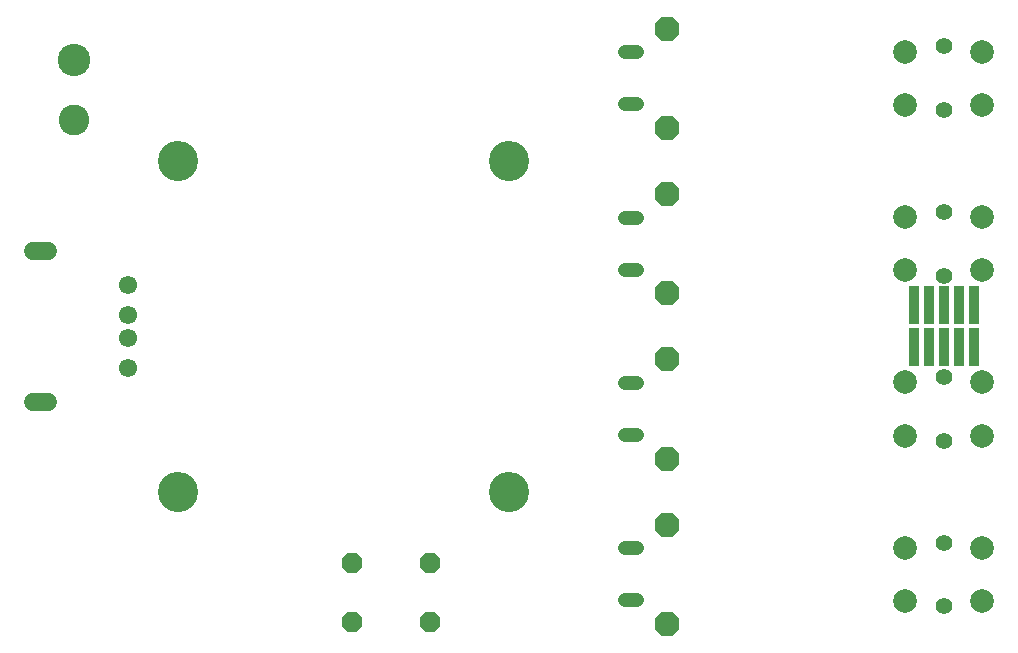
<source format=gbs>
G75*
%MOIN*%
%OFA0B0*%
%FSLAX25Y25*%
%IPPOS*%
%LPD*%
%AMOC8*
5,1,8,0,0,1.08239X$1,22.5*
%
%ADD10C,0.13398*%
%ADD11C,0.05918*%
%ADD12C,0.06115*%
%ADD13OC8,0.08280*%
%ADD14C,0.04737*%
%ADD15C,0.05524*%
%ADD16C,0.07887*%
%ADD17C,0.10800*%
%ADD18C,0.10249*%
%ADD19R,0.03753X0.12611*%
%ADD20OC8,0.06706*%
D10*
X0249209Y0156283D03*
X0359446Y0156283D03*
X0359446Y0266519D03*
X0249209Y0266519D03*
D11*
X0205902Y0186204D02*
X0200784Y0186204D01*
X0200784Y0236598D02*
X0205902Y0236598D01*
D12*
X0232280Y0225181D03*
X0232280Y0215338D03*
X0232280Y0207464D03*
X0232280Y0197622D03*
D13*
X0412005Y0200378D03*
X0412005Y0222425D03*
X0412005Y0255496D03*
X0412005Y0277543D03*
X0412005Y0310614D03*
X0412005Y0167307D03*
X0412005Y0145260D03*
X0412005Y0112189D03*
D14*
X0402162Y0120063D02*
X0398225Y0120063D01*
X0398225Y0137386D02*
X0402162Y0137386D01*
X0402162Y0175181D02*
X0398225Y0175181D01*
X0398225Y0192504D02*
X0402162Y0192504D01*
X0402162Y0230299D02*
X0398225Y0230299D01*
X0398225Y0247622D02*
X0402162Y0247622D01*
X0402162Y0285417D02*
X0398225Y0285417D01*
X0398225Y0302740D02*
X0402162Y0302740D01*
D15*
X0504327Y0304708D03*
X0504327Y0283448D03*
X0504327Y0249590D03*
X0504327Y0228330D03*
X0504327Y0194472D03*
X0504327Y0173212D03*
X0504327Y0139354D03*
X0504327Y0118094D03*
D16*
X0491532Y0119866D03*
X0491532Y0137582D03*
X0517123Y0137582D03*
X0517123Y0119866D03*
X0517123Y0174984D03*
X0517123Y0192700D03*
X0491532Y0192700D03*
X0491532Y0174984D03*
X0491532Y0230102D03*
X0491532Y0247819D03*
X0517123Y0247819D03*
X0517123Y0230102D03*
X0517123Y0285220D03*
X0517123Y0302937D03*
X0491532Y0302937D03*
X0491532Y0285220D03*
D17*
X0214564Y0300141D03*
D18*
X0214564Y0280141D03*
D19*
X0494327Y0218401D03*
X0499327Y0218401D03*
X0504327Y0218401D03*
X0509327Y0218401D03*
X0514327Y0218401D03*
X0514327Y0204401D03*
X0509327Y0204401D03*
X0504327Y0204401D03*
X0499327Y0204401D03*
X0494327Y0204401D03*
D20*
X0333068Y0132661D03*
X0307083Y0132661D03*
X0307083Y0112976D03*
X0333068Y0112976D03*
M02*

</source>
